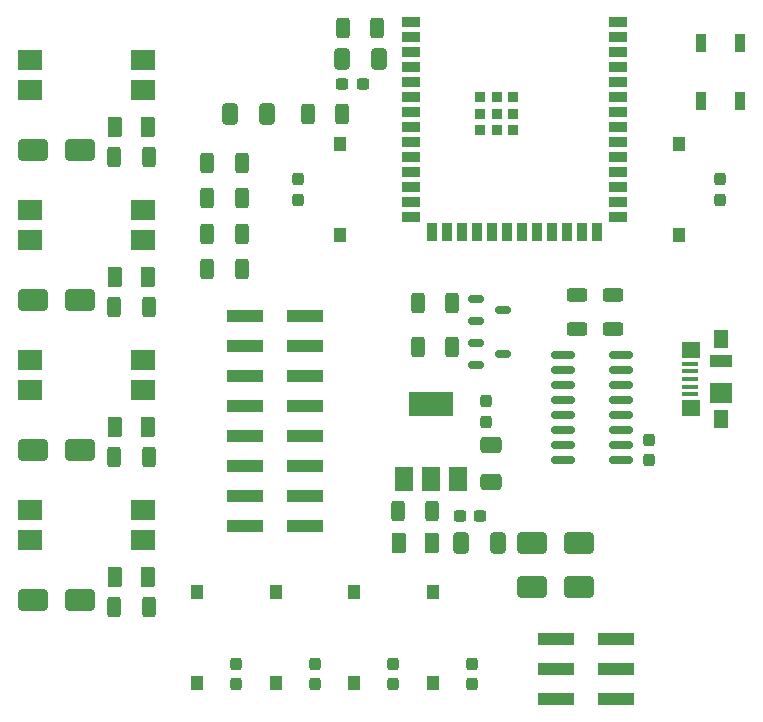
<source format=gbr>
%TF.GenerationSoftware,KiCad,Pcbnew,7.0.6*%
%TF.CreationDate,2023-08-03T00:29:09-04:00*%
%TF.ProjectId,esp32_rele_v1,65737033-325f-4726-956c-655f76312e6b,rev?*%
%TF.SameCoordinates,Original*%
%TF.FileFunction,Paste,Top*%
%TF.FilePolarity,Positive*%
%FSLAX46Y46*%
G04 Gerber Fmt 4.6, Leading zero omitted, Abs format (unit mm)*
G04 Created by KiCad (PCBNEW 7.0.6) date 2023-08-03 00:29:09*
%MOMM*%
%LPD*%
G01*
G04 APERTURE LIST*
G04 Aperture macros list*
%AMRoundRect*
0 Rectangle with rounded corners*
0 $1 Rounding radius*
0 $2 $3 $4 $5 $6 $7 $8 $9 X,Y pos of 4 corners*
0 Add a 4 corners polygon primitive as box body*
4,1,4,$2,$3,$4,$5,$6,$7,$8,$9,$2,$3,0*
0 Add four circle primitives for the rounded corners*
1,1,$1+$1,$2,$3*
1,1,$1+$1,$4,$5*
1,1,$1+$1,$6,$7*
1,1,$1+$1,$8,$9*
0 Add four rect primitives between the rounded corners*
20,1,$1+$1,$2,$3,$4,$5,0*
20,1,$1+$1,$4,$5,$6,$7,0*
20,1,$1+$1,$6,$7,$8,$9,0*
20,1,$1+$1,$8,$9,$2,$3,0*%
G04 Aperture macros list end*
%ADD10RoundRect,0.237500X0.237500X-0.300000X0.237500X0.300000X-0.237500X0.300000X-0.237500X-0.300000X0*%
%ADD11RoundRect,0.250000X-0.375000X-0.625000X0.375000X-0.625000X0.375000X0.625000X-0.375000X0.625000X0*%
%ADD12RoundRect,0.250000X-0.312500X-0.625000X0.312500X-0.625000X0.312500X0.625000X-0.312500X0.625000X0*%
%ADD13R,1.000000X1.250000*%
%ADD14RoundRect,0.250000X-1.000000X-0.650000X1.000000X-0.650000X1.000000X0.650000X-1.000000X0.650000X0*%
%ADD15RoundRect,0.250000X0.375000X0.625000X-0.375000X0.625000X-0.375000X-0.625000X0.375000X-0.625000X0*%
%ADD16RoundRect,0.250000X0.650000X-0.412500X0.650000X0.412500X-0.650000X0.412500X-0.650000X-0.412500X0*%
%ADD17RoundRect,0.250000X0.312500X0.625000X-0.312500X0.625000X-0.312500X-0.625000X0.312500X-0.625000X0*%
%ADD18R,3.150000X1.000000*%
%ADD19RoundRect,0.250000X0.412500X0.650000X-0.412500X0.650000X-0.412500X-0.650000X0.412500X-0.650000X0*%
%ADD20RoundRect,0.237500X-0.237500X0.300000X-0.237500X-0.300000X0.237500X-0.300000X0.237500X0.300000X0*%
%ADD21RoundRect,0.150000X-0.512500X-0.150000X0.512500X-0.150000X0.512500X0.150000X-0.512500X0.150000X0*%
%ADD22R,2.000000X1.780000*%
%ADD23R,1.500000X2.000000*%
%ADD24R,3.800000X2.000000*%
%ADD25RoundRect,0.237500X-0.300000X-0.237500X0.300000X-0.237500X0.300000X0.237500X-0.300000X0.237500X0*%
%ADD26RoundRect,0.250000X0.625000X-0.312500X0.625000X0.312500X-0.625000X0.312500X-0.625000X-0.312500X0*%
%ADD27RoundRect,0.250000X-0.412500X-0.650000X0.412500X-0.650000X0.412500X0.650000X-0.412500X0.650000X0*%
%ADD28R,1.300000X1.650000*%
%ADD29R,1.550000X1.425000*%
%ADD30R,1.900000X1.000000*%
%ADD31R,1.900000X1.800000*%
%ADD32R,1.380000X0.450000*%
%ADD33R,1.500000X0.900000*%
%ADD34R,0.900000X1.500000*%
%ADD35R,0.900000X0.900000*%
%ADD36RoundRect,0.150000X0.825000X0.150000X-0.825000X0.150000X-0.825000X-0.150000X0.825000X-0.150000X0*%
%ADD37RoundRect,0.237500X0.300000X0.237500X-0.300000X0.237500X-0.300000X-0.237500X0.300000X-0.237500X0*%
G04 APERTURE END LIST*
D10*
%TO.C,C8*%
X96774000Y-22006500D03*
X96774000Y-20281500D03*
%TD*%
D11*
%TO.C,D7*%
X45590000Y-15875000D03*
X48390000Y-15875000D03*
%TD*%
D12*
%TO.C,R1*%
X61907500Y-14720000D03*
X64832500Y-14720000D03*
%TD*%
D13*
%TO.C,BT4*%
X72493428Y-62930000D03*
X72493428Y-55180000D03*
%TD*%
D14*
%TO.C,D10*%
X38640000Y-43180000D03*
X42640000Y-43180000D03*
%TD*%
D15*
%TO.C,D3*%
X72396500Y-51092000D03*
X69596500Y-51092000D03*
%TD*%
D16*
%TO.C,C7*%
X77396500Y-45923500D03*
X77396500Y-42798500D03*
%TD*%
D17*
%TO.C,R11*%
X56312500Y-27880000D03*
X53387500Y-27880000D03*
%TD*%
D14*
%TO.C,D1*%
X80862500Y-51040000D03*
X84862500Y-51040000D03*
%TD*%
D12*
%TO.C,R2*%
X64857500Y-7480000D03*
X67782500Y-7480000D03*
%TD*%
D18*
%TO.C,J2*%
X82945000Y-59180000D03*
X87995000Y-59180000D03*
X82945000Y-61720000D03*
X87995000Y-61720000D03*
X82945000Y-64260000D03*
X87995000Y-64260000D03*
%TD*%
D14*
%TO.C,D2*%
X80862500Y-54770000D03*
X84862500Y-54770000D03*
%TD*%
D19*
%TO.C,C3*%
X58442500Y-14720000D03*
X55317500Y-14720000D03*
%TD*%
D13*
%TO.C,SW2*%
X64643000Y-25019000D03*
X64643000Y-17269000D03*
%TD*%
%TO.C,BT3*%
X65837714Y-62930000D03*
X65837714Y-55180000D03*
%TD*%
D12*
%TO.C,R13*%
X45527500Y-43815000D03*
X48452500Y-43815000D03*
%TD*%
D13*
%TO.C,BT2*%
X59182000Y-62930000D03*
X59182000Y-55180000D03*
%TD*%
D20*
%TO.C,C6*%
X77015500Y-39053500D03*
X77015500Y-40778500D03*
%TD*%
D21*
%TO.C,Q2*%
X76178000Y-34115000D03*
X76178000Y-36015000D03*
X78453000Y-35065000D03*
%TD*%
D20*
%TO.C,C9*%
X90805000Y-42317500D03*
X90805000Y-44042500D03*
%TD*%
D17*
%TO.C,R10*%
X56312500Y-18880000D03*
X53387500Y-18880000D03*
%TD*%
%TO.C,R3*%
X72459000Y-48389000D03*
X69534000Y-48389000D03*
%TD*%
D11*
%TO.C,D5*%
X45590000Y-28575000D03*
X48390000Y-28575000D03*
%TD*%
D22*
%TO.C,U7*%
X47945000Y-50800000D03*
X47945000Y-48260000D03*
X38415000Y-48260000D03*
X38415000Y-50800000D03*
%TD*%
D23*
%TO.C,U1*%
X70039500Y-45604000D03*
X72339500Y-45604000D03*
D24*
X72339500Y-39304000D03*
D23*
X74639500Y-45604000D03*
%TD*%
D17*
%TO.C,R9*%
X56312500Y-24880000D03*
X53387500Y-24880000D03*
%TD*%
D14*
%TO.C,D9*%
X38640000Y-30480000D03*
X42640000Y-30480000D03*
%TD*%
D22*
%TO.C,U5*%
X47945000Y-38100000D03*
X47945000Y-35560000D03*
X38415000Y-35560000D03*
X38415000Y-38100000D03*
%TD*%
D25*
%TO.C,C4*%
X64827500Y-12200000D03*
X66552500Y-12200000D03*
%TD*%
D19*
%TO.C,C2*%
X78011000Y-51092000D03*
X74886000Y-51092000D03*
%TD*%
D26*
%TO.C,R6*%
X84709000Y-32958500D03*
X84709000Y-30033500D03*
%TD*%
D14*
%TO.C,D11*%
X38640000Y-17780000D03*
X42640000Y-17780000D03*
%TD*%
D13*
%TO.C,SW1*%
X93345000Y-17269000D03*
X93345000Y-25019000D03*
%TD*%
D18*
%TO.C,J3*%
X61665000Y-49600000D03*
X56615000Y-49600000D03*
X61665000Y-47060000D03*
X56615000Y-47060000D03*
X61665000Y-44520000D03*
X56615000Y-44520000D03*
X61665000Y-41980000D03*
X56615000Y-41980000D03*
X61665000Y-39440000D03*
X56615000Y-39440000D03*
X61665000Y-36900000D03*
X56615000Y-36900000D03*
X61665000Y-34360000D03*
X56615000Y-34360000D03*
X61665000Y-31820000D03*
X56615000Y-31820000D03*
%TD*%
D22*
%TO.C,U4*%
X47945000Y-25400000D03*
X47945000Y-22860000D03*
X38415000Y-22860000D03*
X38415000Y-25400000D03*
%TD*%
D20*
%TO.C,C13*%
X75821286Y-61292500D03*
X75821286Y-63017500D03*
%TD*%
D22*
%TO.C,U6*%
X47945000Y-12700000D03*
X47945000Y-10160000D03*
X38415000Y-10160000D03*
X38415000Y-12700000D03*
%TD*%
D20*
%TO.C,C11*%
X69165571Y-61292500D03*
X69165571Y-63017500D03*
%TD*%
D21*
%TO.C,Q1*%
X76178000Y-30377000D03*
X76178000Y-32277000D03*
X78453000Y-31327000D03*
%TD*%
D27*
%TO.C,C1*%
X64827500Y-10050000D03*
X67952500Y-10050000D03*
%TD*%
D20*
%TO.C,C14*%
X62509857Y-61292500D03*
X62509857Y-63017500D03*
%TD*%
D28*
%TO.C,J4*%
X96916800Y-33810600D03*
D29*
X94341800Y-34698100D03*
D30*
X96916800Y-35635600D03*
D31*
X96916800Y-38335600D03*
D29*
X94341800Y-39673100D03*
D28*
X96916800Y-40560600D03*
D32*
X94256800Y-35885600D03*
X94256800Y-36535600D03*
X94256800Y-37185600D03*
X94256800Y-37835600D03*
X94256800Y-38485600D03*
%TD*%
D26*
%TO.C,R7*%
X87757000Y-32958500D03*
X87757000Y-30033500D03*
%TD*%
D14*
%TO.C,D12*%
X42640000Y-55880000D03*
X38640000Y-55880000D03*
%TD*%
D20*
%TO.C,C10*%
X61087000Y-20281500D03*
X61087000Y-22006500D03*
%TD*%
D11*
%TO.C,D6*%
X45590000Y-41275000D03*
X48390000Y-41275000D03*
%TD*%
D33*
%TO.C,U2*%
X70650000Y-6980000D03*
X70650000Y-8250000D03*
X70650000Y-9520000D03*
X70650000Y-10790000D03*
X70650000Y-12060000D03*
X70650000Y-13330000D03*
X70650000Y-14600000D03*
X70650000Y-15870000D03*
X70650000Y-17140000D03*
X70650000Y-18410000D03*
X70650000Y-19680000D03*
X70650000Y-20950000D03*
X70650000Y-22220000D03*
X70650000Y-23490000D03*
D34*
X72415000Y-24740000D03*
X73685000Y-24740000D03*
X74955000Y-24740000D03*
X76225000Y-24740000D03*
X77495000Y-24740000D03*
X78765000Y-24740000D03*
X80035000Y-24740000D03*
X81305000Y-24740000D03*
X82575000Y-24740000D03*
X83845000Y-24740000D03*
X85115000Y-24740000D03*
X86385000Y-24740000D03*
D33*
X88150000Y-23490000D03*
X88150000Y-22220000D03*
X88150000Y-20950000D03*
X88150000Y-19680000D03*
X88150000Y-18410000D03*
X88150000Y-17140000D03*
X88150000Y-15870000D03*
X88150000Y-14600000D03*
X88150000Y-13330000D03*
X88150000Y-12060000D03*
X88150000Y-10790000D03*
X88150000Y-9520000D03*
X88150000Y-8250000D03*
X88150000Y-6980000D03*
D35*
X76500000Y-13300000D03*
X76500000Y-14700000D03*
X76500000Y-16100000D03*
X76500000Y-16100000D03*
X77900000Y-13300000D03*
X77900000Y-13300000D03*
X77900000Y-14700000D03*
X77900000Y-16100000D03*
X79300000Y-13300000D03*
X79300000Y-14700000D03*
X79300000Y-16100000D03*
%TD*%
D12*
%TO.C,R14*%
X45527500Y-18415000D03*
X48452500Y-18415000D03*
%TD*%
D13*
%TO.C,BT1*%
X52526286Y-62930000D03*
X52526286Y-55180000D03*
%TD*%
D17*
%TO.C,R8*%
X56312500Y-21880000D03*
X53387500Y-21880000D03*
%TD*%
D34*
%TO.C,D4*%
X95180000Y-13650000D03*
X98480000Y-13650000D03*
X98480000Y-8750000D03*
X95180000Y-8750000D03*
%TD*%
D12*
%TO.C,R15*%
X45527500Y-56515000D03*
X48452500Y-56515000D03*
%TD*%
D36*
%TO.C,U3*%
X88454000Y-44069000D03*
X88454000Y-42799000D03*
X88454000Y-41529000D03*
X88454000Y-40259000D03*
X88454000Y-38989000D03*
X88454000Y-37719000D03*
X88454000Y-36449000D03*
X88454000Y-35179000D03*
X83504000Y-35179000D03*
X83504000Y-36449000D03*
X83504000Y-37719000D03*
X83504000Y-38989000D03*
X83504000Y-40259000D03*
X83504000Y-41529000D03*
X83504000Y-42799000D03*
X83504000Y-44069000D03*
%TD*%
D12*
%TO.C,R5*%
X71235000Y-34430000D03*
X74160000Y-34430000D03*
%TD*%
D37*
%TO.C,C5*%
X76481000Y-48779000D03*
X74756000Y-48779000D03*
%TD*%
D11*
%TO.C,D8*%
X45590000Y-53975000D03*
X48390000Y-53975000D03*
%TD*%
D12*
%TO.C,R4*%
X71235000Y-30747000D03*
X74160000Y-30747000D03*
%TD*%
D20*
%TO.C,C12*%
X55854143Y-61292500D03*
X55854143Y-63017500D03*
%TD*%
D12*
%TO.C,R12*%
X45527500Y-31115000D03*
X48452500Y-31115000D03*
%TD*%
M02*

</source>
